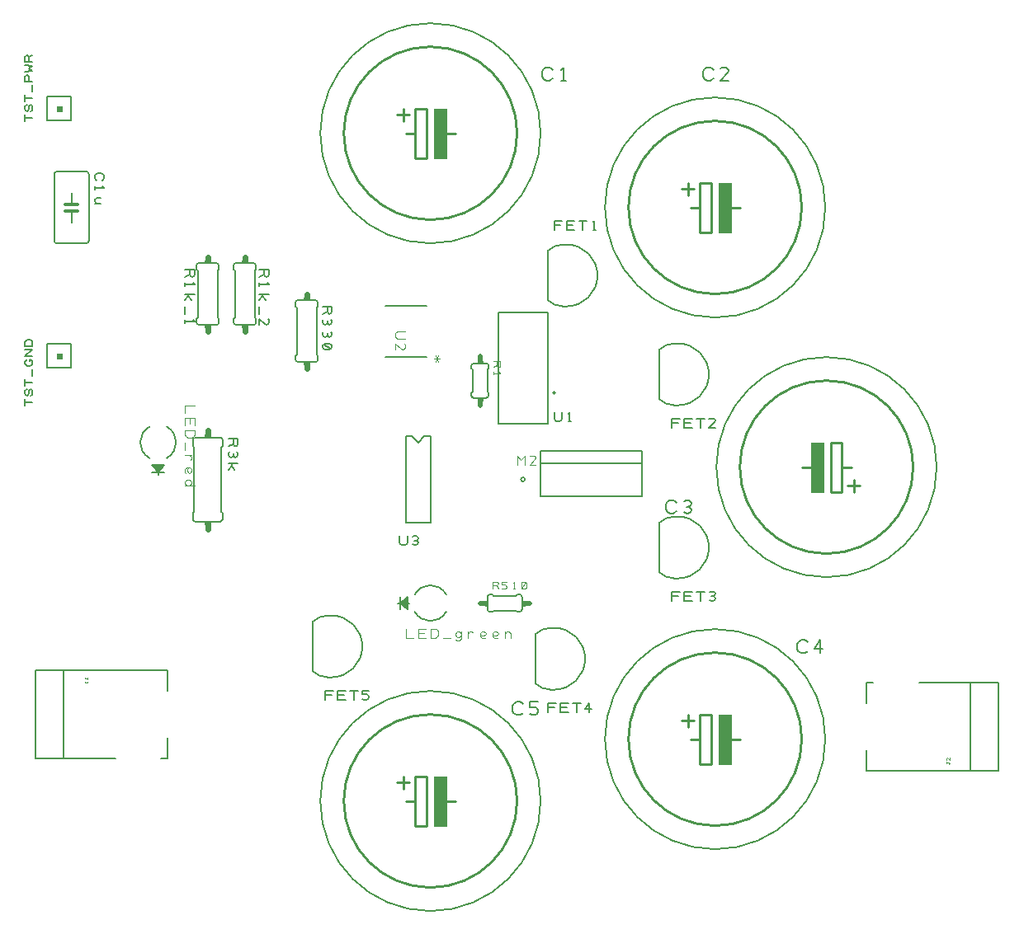
<source format=gbr>
G04 DesignSpark PCB Gerber Version 9.0 Build 5115 *
G04 #@! TF.Part,Single*
G04 #@! TF.FileFunction,Legend,Top *
G04 #@! TF.FilePolarity,Positive *
%FSLAX35Y35*%
%MOIN*%
%ADD11C,0.00100*%
%ADD103C,0.00128*%
%ADD100C,0.00300*%
%ADD102C,0.00390*%
%ADD14C,0.00500*%
%ADD105C,0.00560*%
%ADD10C,0.00600*%
%ADD104C,0.00700*%
%ADD125C,0.00787*%
%ADD90C,0.00800*%
%ADD17C,0.01000*%
%ADD15C,0.01200*%
%ADD101C,0.02000*%
%ADD89C,0.02400*%
X0Y0D02*
D02*
D10*
X20250Y303950D02*
Y299250D01*
Y306450D02*
Y311250D01*
X27250Y318750D02*
G75*
G03X26250Y319750I-1000D01*
G01*
X14250*
G75*
G03X13250Y318750J-1000*
G01*
Y291750*
G75*
G03X14250Y290750I1000*
G01*
X26250*
G75*
G03X27250Y291750J1000*
G01*
Y318750*
X51806Y216630D02*
G75*
G03X51806Y203870I3444J-6380D01*
G01*
X52750Y198000D02*
X57750D01*
X53250Y201000D02*
X55250Y198000D01*
X52750Y201000*
X57750*
X55250Y198000*
X54750Y201000*
X53750D02*
X55250Y198000D01*
X54250Y201000*
X55250Y201540D02*
Y197000D01*
X56250Y201000D02*
X55250Y198000D01*
X55750Y201000*
X57250D02*
X55250Y198000D01*
X56750Y201000*
X58694Y203870D02*
G75*
G03X58694Y216630I-3444J6380D01*
G01*
X70250Y178250D02*
X80250D01*
X70250Y212250D02*
X80250D01*
X70250D02*
G75*
G03X69250Y211250J-1000D01*
G01*
Y208750*
X69750Y208250*
Y182250*
X69250Y181750*
Y179250*
G75*
G03X70250Y178250I1000*
G01*
X71750Y257750D02*
X78750D01*
X71750Y282750D02*
X78750D01*
X71750D02*
G75*
G03X70750Y281750J-1000D01*
G01*
Y280250*
X71250Y279750*
Y260750*
X70750Y260250*
Y258750*
G75*
G03X71750Y257750I1000*
G01*
X78750Y282750D02*
G75*
G02X79750Y281750J-1000D01*
G01*
Y280250*
X79250Y279750*
Y260750*
X79750Y260250*
Y258750*
G75*
G02X78750Y257750I-1000*
G01*
X80250Y212250D02*
G75*
G02X81250Y211250J-1000D01*
G01*
Y208750*
X80750Y208250*
Y182250*
X81250Y181750*
Y179250*
G75*
G02X80250Y178250I-1000*
G01*
X86750Y257750D02*
X93750D01*
X86750Y282750D02*
X93750D01*
X86750D02*
G75*
G03X85750Y281750J-1000D01*
G01*
Y280250*
X86250Y279750*
Y260750*
X85750Y260250*
Y258750*
G75*
G03X86750Y257750I1000*
G01*
X93750Y282750D02*
G75*
G02X94750Y281750J-1000D01*
G01*
Y280250*
X94250Y279750*
Y260750*
X94750Y260250*
Y258750*
G75*
G02X93750Y257750I-1000*
G01*
X111750Y242750D02*
X118750D01*
X111750Y267750D02*
X118750D01*
X111750D02*
G75*
G03X110750Y266750J-1000D01*
G01*
Y265250*
X111250Y264750*
Y245750*
X110750Y245250*
Y243750*
G75*
G03X111750Y242750I1000*
G01*
X118750Y267750D02*
G75*
G02X119750Y266750J-1000D01*
G01*
Y265250*
X119250Y264750*
Y245750*
X119750Y245250*
Y243750*
G75*
G02X118750Y242750I-1000*
G01*
X146900Y244900D02*
X163600D01*
X153000Y147750D02*
Y142750D01*
X156000Y143250D02*
X153000Y145250D01*
X156000Y143750*
Y144250D02*
X153000Y145250D01*
X156000Y144750*
Y146750D02*
X153000Y145250D01*
X156000Y146250*
Y147250D02*
X153000Y145250D01*
X156000Y147750*
Y142750*
X153000Y145250*
X156000Y145750*
X156540Y145250D02*
X152000D01*
X158870Y141806D02*
G75*
G03X171630Y141806I6380J3444D01*
G01*
X163600Y265600D02*
X146900D01*
X171630Y148694D02*
G75*
G03X158870Y148694I-6380J-3444D01*
G01*
X182750Y228250D02*
X187750D01*
X182750Y242250D02*
X187750D01*
X182750D02*
G75*
G03X181750Y241250J-1000D01*
G01*
Y240250*
X182250Y239750*
Y230750*
X181750Y230250*
Y229250*
G75*
G03X182750Y228250I1000*
G01*
X187750Y242250D02*
G75*
G02X188750Y241250J-1000D01*
G01*
Y240250*
X188250Y239750*
Y230750*
X188750Y230250*
Y229250*
G75*
G02X187750Y228250I-1000*
G01*
X188250Y147750D02*
Y142750D01*
X202250D02*
G75*
G02X201250Y141750I-1000D01*
G01*
X200250*
X199750Y142250*
X190750*
X190250Y141750*
X189250*
G75*
G02X188250Y142750J1000*
G01*
X202250Y147750D02*
Y142750D01*
Y147750D02*
G75*
G03X201250Y148750I-1000D01*
G01*
X200250*
X199750Y148250*
X190750*
X190250Y148750*
X189250*
G75*
G03X188250Y147750J-1000*
G01*
X203450Y195250D02*
G75*
G03X201850I-800D01*
G01*
G75*
G03X203450I800*
G01*
X209650Y188550D02*
X250850D01*
Y206850*
X209650*
Y188550*
X209750Y65250D02*
G75*
G03X120750I-44500D01*
G01*
G75*
G03X209750I44500*
G01*
Y335250D02*
G75*
G03X120750I-44500D01*
G01*
G75*
G03X209750I44500*
G01*
X210150Y201850D02*
X250350D01*
X280750Y200250D02*
G75*
G03X369750I44500D01*
G01*
G75*
G03X280750I-44500*
G01*
X324750Y90250D02*
G75*
G03X235750I-44500D01*
G01*
G75*
G03X324750I44500*
G01*
Y305250D02*
G75*
G03X235750I-44500D01*
G01*
G75*
G03X324750I44500*
G01*
D02*
D11*
X16234Y244266D02*
Y246234D01*
X14266*
Y244266*
X16234*
G36*
Y246234*
X14266*
Y244266*
X16234*
G37*
Y344266D02*
Y346234D01*
X14266*
Y344266*
X16234*
G36*
Y346234*
X14266*
Y344266*
X16234*
G37*
X74050Y178250D02*
Y177050D01*
X76450*
Y178250*
X74050*
G36*
Y177050*
X76450*
Y178250*
X74050*
G37*
Y213450D02*
Y212250D01*
X76450*
Y213450*
X74050*
G36*
Y212250*
X76450*
Y213450*
X74050*
G37*
Y257750D02*
Y256750D01*
X76450*
Y257750*
X74050*
G36*
Y256750*
X76450*
Y257750*
X74050*
G37*
Y283750D02*
Y282750D01*
X76450*
Y283750*
X74050*
G36*
Y282750*
X76450*
Y283750*
X74050*
G37*
X89050Y257750D02*
Y256750D01*
X91450*
Y257750*
X89050*
G36*
Y256750*
X91450*
Y257750*
X89050*
G37*
Y283750D02*
Y282750D01*
X91450*
Y283750*
X89050*
G36*
Y282750*
X91450*
Y283750*
X89050*
G37*
X114050Y242750D02*
Y241750D01*
X116450*
Y242750*
X114050*
G36*
Y241750*
X116450*
Y242750*
X114050*
G37*
Y268750D02*
Y267750D01*
X116450*
Y268750*
X114050*
G36*
Y267750*
X116450*
Y268750*
X114050*
G37*
X166550Y55250D02*
X171550D01*
Y75250*
X166550*
Y55250*
G36*
X171550*
Y75250*
X166550*
Y55250*
G37*
Y325250D02*
X171550D01*
Y345250*
X166550*
Y325250*
G36*
X171550*
Y345250*
X166550*
Y325250*
G37*
X184250Y228250D02*
Y227250D01*
X186250*
Y228250*
X184250*
G36*
Y227250*
X186250*
Y228250*
X184250*
G37*
Y243250D02*
Y242250D01*
X186250*
Y243250*
X184250*
G36*
Y242250*
X186250*
Y243250*
X184250*
G37*
X188250Y146250D02*
X187250D01*
Y144250*
X188250*
Y146250*
G36*
X187250*
Y144250*
X188250*
Y146250*
G37*
X203250D02*
X202250D01*
Y144250*
X203250*
Y146250*
G36*
X202250*
Y144250*
X203250*
Y146250*
G37*
X281550Y80250D02*
X286550D01*
Y100250*
X281550*
Y80250*
G36*
X286550*
Y100250*
X281550*
Y80250*
G37*
Y295250D02*
X286550D01*
Y315250*
X281550*
Y295250*
G36*
X286550*
Y315250*
X281550*
Y295250*
G37*
X323950Y210250D02*
X318950D01*
Y190250*
X323950*
Y210250*
G36*
X318950*
Y190250*
X323950*
Y210250*
G37*
D02*
D14*
X30313Y316125D02*
X30000Y316437D01*
X29687Y317063*
Y318000*
X30000Y318625*
X30313Y318937*
X30937Y319250*
X32187*
X32813Y318937*
X33125Y318625*
X33437Y318000*
Y317063*
X33125Y316437*
X32813Y316125*
X29687Y313625D02*
Y312375D01*
Y313000D02*
X33437D01*
X32813Y313625*
X32187Y309250D02*
X30625D01*
X30000Y308937*
X29687Y308313*
Y307687*
X30000Y307063*
X30625Y306750*
X32187D02*
X29687D01*
X66187Y280250D02*
X69937D01*
Y278063*
X69625Y277437*
X69000Y277125*
X68375Y277437*
X68063Y278063*
Y280250*
Y278063D02*
X66187Y277125D01*
Y274625D02*
Y273375D01*
Y274000D02*
X69937D01*
X69313Y274625*
X66187Y270250D02*
X69937D01*
X67437D02*
Y269313D01*
X68687Y267750*
X67437Y269313D02*
X66187Y267750D01*
Y265250D02*
Y262125D01*
Y259625D02*
Y258375D01*
Y259000D02*
X69937D01*
X69313Y259625*
X83687Y211750D02*
X87437D01*
Y209563*
X87125Y208937*
X86500Y208625*
X85875Y208937*
X85563Y209563*
Y211750*
Y209563D02*
X83687Y208625D01*
X84000Y206437D02*
X83687Y205813D01*
Y205187*
X84000Y204563*
X84625Y204250*
X85250Y204563*
X85563Y205187*
Y205813*
Y205187D02*
X85875Y204563D01*
X86500Y204250*
X87125Y204563*
X87437Y205187*
Y205813*
X87125Y206437*
X83687Y201750D02*
X87437D01*
X84937D02*
Y200813D01*
X86187Y199250*
X84937Y200813D02*
X83687Y199250D01*
X96187Y280250D02*
X99937D01*
Y278063*
X99625Y277437*
X99000Y277125*
X98375Y277437*
X98063Y278063*
Y280250*
Y278063D02*
X96187Y277125D01*
Y274625D02*
Y273375D01*
Y274000D02*
X99937D01*
X99313Y274625*
X96187Y270250D02*
X99937D01*
X97437D02*
Y269313D01*
X98687Y267750*
X97437Y269313D02*
X96187Y267750D01*
Y265250D02*
Y262125D01*
Y257750D02*
Y260250D01*
X98375Y258063*
X99000Y257750*
X99625Y258063*
X99937Y258687*
Y259625*
X99625Y260250*
X121687Y265250D02*
X125437D01*
Y263063*
X125125Y262437*
X124500Y262125*
X123875Y262437*
X123563Y263063*
Y265250*
Y263063D02*
X121687Y262125D01*
X122000Y259937D02*
X121687Y259313D01*
Y258687*
X122000Y258063*
X122625Y257750*
X123250Y258063*
X123563Y258687*
Y259313*
Y258687D02*
X123875Y258063D01*
X124500Y257750*
X125125Y258063*
X125437Y258687*
Y259313*
X125125Y259937*
X122000Y254937D02*
X121687Y254313D01*
Y253687*
X122000Y253063*
X122625Y252750*
X123250Y253063*
X123563Y253687*
Y254313*
Y253687D02*
X123875Y253063D01*
X124500Y252750*
X125125Y253063*
X125437Y253687*
Y254313*
X125125Y254937*
X122000Y249937D02*
X121687Y249313D01*
Y248687*
X122000Y248063*
X122625Y247750*
X124500*
X125125Y248063*
X125437Y248687*
Y249313*
X125125Y249937*
X124500Y250250*
X122625*
X122000Y249937*
X125125Y248063*
X122750Y106187D02*
Y109937D01*
X125875*
X125250Y108063D02*
X122750D01*
X127750Y106187D02*
Y109937D01*
X130875*
X130250Y108063D02*
X127750D01*
Y106187D02*
X130875D01*
X134313D02*
Y109937D01*
X132750D02*
X135875D01*
X137750Y106500D02*
X138375Y106187D01*
X139313*
X139937Y106500*
X140250Y107125*
Y107437*
X139937Y108063*
X139313Y108375*
X137750*
Y109937*
X140250*
X125250Y140250D02*
G75*
G02X137750Y127750J-12500D01*
G01*
G75*
G02X125250Y115250I-12500*
G01*
X123750*
G75*
G02X117750Y117750I18J8493*
G01*
Y137750*
G75*
G02X123750Y140250I6018J-5993*
G01*
X125250*
X152750Y172437D02*
Y169625D01*
X153063Y169000*
X153687Y168687*
X154937*
X155563Y169000*
X155875Y169625*
Y172437*
X158063Y169000D02*
X158687Y168687D01*
X159313*
X159937Y169000*
X160250Y169625*
X159937Y170250*
X159313Y170563*
X158687*
X159313D02*
X159937Y170875D01*
X160250Y171500*
X159937Y172125*
X159313Y172437*
X158687*
X158063Y172125*
X155250Y177750D02*
Y212750D01*
X157750*
X160250Y210250*
X162750Y212750*
X165250*
Y177750*
X155250*
X212750Y101187D02*
Y104937D01*
X215875*
X215250Y103063D02*
X212750D01*
X217750Y101187D02*
Y104937D01*
X220875*
X220250Y103063D02*
X217750D01*
Y101187D02*
X220875D01*
X224313D02*
Y104937D01*
X222750D02*
X225875D01*
X229313Y101187D02*
Y104937D01*
X227750Y102437*
X230250*
X215250Y135250D02*
G75*
G02X227750Y122750J-12500D01*
G01*
G75*
G02X215250Y110250I-12500*
G01*
X213750*
G75*
G02X207750Y112750I18J8493*
G01*
Y132750*
G75*
G02X213750Y135250I6018J-5993*
G01*
X215250*
Y222437D02*
Y219625D01*
X215563Y219000*
X216187Y218687*
X217437*
X218063Y219000*
X218375Y219625*
Y222437*
X220875Y218687D02*
X222125D01*
X221500D02*
Y222437D01*
X220875Y221813*
X215250Y296187D02*
Y299937D01*
X218375*
X217750Y298063D02*
X215250D01*
X220250Y296187D02*
Y299937D01*
X223375*
X222750Y298063D02*
X220250D01*
Y296187D02*
X223375D01*
X226813D02*
Y299937D01*
X225250D02*
X228375D01*
X230875Y296187D02*
X232125D01*
X231500D02*
Y299937D01*
X230875Y299313*
X220250Y290250D02*
G75*
G02X232750Y277750J-12500D01*
G01*
G75*
G02X220250Y265250I-12500*
G01*
X218750*
G75*
G02X212750Y267750I18J8493*
G01*
Y287750*
G75*
G02X218750Y290250I6018J-5993*
G01*
X220250*
X262750Y146187D02*
Y149937D01*
X265875*
X265250Y148063D02*
X262750D01*
X267750Y146187D02*
Y149937D01*
X270875*
X270250Y148063D02*
X267750D01*
Y146187D02*
X270875D01*
X274313D02*
Y149937D01*
X272750D02*
X275875D01*
X278063Y146500D02*
X278687Y146187D01*
X279313*
X279937Y146500*
X280250Y147125*
X279937Y147750*
X279313Y148063*
X278687*
X279313D02*
X279937Y148375D01*
X280250Y149000*
X279937Y149625*
X279313Y149937*
X278687*
X278063Y149625*
X262750Y216187D02*
Y219937D01*
X265875*
X265250Y218063D02*
X262750D01*
X267750Y216187D02*
Y219937D01*
X270875*
X270250Y218063D02*
X267750D01*
Y216187D02*
X270875D01*
X274313D02*
Y219937D01*
X272750D02*
X275875D01*
X280250Y216187D02*
X277750D01*
X279937Y218375*
X280250Y219000*
X279937Y219625*
X279313Y219937*
X278375*
X277750Y219625*
X265250Y180250D02*
G75*
G02X277750Y167750J-12500D01*
G01*
G75*
G02X265250Y155250I-12500*
G01*
X263750*
G75*
G02X257750Y157750I18J8493*
G01*
Y177750*
G75*
G02X263750Y180250I6018J-5993*
G01*
X265250*
Y250250D02*
G75*
G02X277750Y237750J-12500D01*
G01*
G75*
G02X265250Y225250I-12500*
G01*
X263750*
G75*
G02X257750Y227750I18J8493*
G01*
Y247750*
G75*
G02X263750Y250250I6018J-5993*
G01*
X265250*
D02*
D15*
X22750Y303950D02*
X17750D01*
X22750Y306450D02*
X17750D01*
D02*
D17*
X154250Y75250D02*
Y70250D01*
Y345250D02*
Y340250D01*
X155250Y65250D02*
X159050D01*
Y75250*
X163550*
Y55250*
X159050*
Y65250*
X155250Y335250D02*
X159050D01*
Y345250*
X163550*
Y325250*
X159050*
Y335250*
X156750Y72750D02*
X151750D01*
X156750Y342750D02*
X151750D01*
X167750Y65250D02*
X175250D01*
X167750Y335250D02*
X175250D01*
X200250Y65250D02*
G75*
G03X130250I-35000D01*
G01*
G75*
G03X200250I35000*
G01*
Y335250D02*
G75*
G03X130250I-35000D01*
G01*
G75*
G03X200250I35000*
G01*
X269250Y100250D02*
Y95250D01*
Y315250D02*
Y310250D01*
X270250Y90250D02*
X274050D01*
Y100250*
X278550*
Y80250*
X274050*
Y90250*
X270250Y305250D02*
X274050D01*
Y315250*
X278550*
Y295250*
X274050*
Y305250*
X271750Y97750D02*
X266750D01*
X271750Y312750D02*
X266750D01*
X282750Y90250D02*
X290250D01*
X282750Y305250D02*
X290250D01*
Y200250D02*
G75*
G03X360250I35000D01*
G01*
G75*
G03X290250I-35000*
G01*
X315250Y90250D02*
G75*
G03X245250I-35000D01*
G01*
G75*
G03X315250I35000*
G01*
Y305250D02*
G75*
G03X245250I-35000D01*
G01*
G75*
G03X315250I35000*
G01*
X322750Y200250D02*
X315250D01*
X333750Y192750D02*
X338750D01*
X335250Y200250D02*
X331450D01*
Y190250*
X326950*
Y210250*
X331450*
Y200250*
X336250Y190250D02*
Y195250D01*
D02*
D89*
X75250Y175250D02*
Y176750D01*
Y213750D02*
Y215250D01*
Y256750D02*
Y255250D01*
Y285250D02*
Y283750D01*
X90250Y256750D02*
Y255250D01*
Y285250D02*
Y283750D01*
X115250Y241750D02*
Y240250D01*
Y270250D02*
Y268750D01*
D02*
D90*
X10329Y240329D02*
Y250171D01*
X20171*
Y240329*
X10329*
Y340329D02*
Y350171D01*
X20171*
Y340329*
X10329*
X17061Y117967D02*
X5644D01*
Y82533*
X17061*
X37927D02*
X17061D01*
Y117967*
X59187*
Y109699*
Y90801D02*
Y82533D01*
X56431*
X341313Y104699D02*
Y112967D01*
X344069*
X362573D02*
X383439D01*
Y77533*
X341313*
Y85801*
X383439Y77533D02*
X394856D01*
Y112967*
X383439*
D02*
D100*
X69937Y225250D02*
X66187D01*
Y222125*
Y220250D02*
X69937D01*
Y217125*
X68063Y217750D02*
Y220250D01*
X66187D02*
Y217125D01*
Y215250D02*
X69937D01*
Y213375*
X69625Y212750*
X69313Y212437*
X68687Y212125*
X67437*
X66813Y212437*
X66500Y212750*
X66187Y213375*
Y215250*
Y210250D02*
Y207125D01*
Y205250D02*
X68687D01*
X67750D02*
X68375Y204937D01*
X68687Y204313*
Y203687*
X68375Y203063*
X66500Y197750D02*
X66187Y198063D01*
Y198687*
Y199313*
X66500Y199937*
X67125Y200250*
X68063*
X68375Y199937*
X68687Y199313*
Y198687*
X68375Y198063*
X68063Y197750*
X67750*
X67437Y198063*
X67125Y198687*
Y199313*
X67437Y199937*
X67750Y200250*
Y192750D02*
X68375Y193063D01*
X68687Y193687*
Y194313*
X68375Y194937*
X67750Y195250*
X67125*
X66500Y194937*
X66187Y194313*
Y193687*
X66500Y193063*
X67125Y192750*
X66187D02*
X69937D01*
X154937Y255250D02*
X152125D01*
X151500Y254937*
X151187Y254313*
Y253063*
X151500Y252437*
X152125Y252125*
X154937*
X151187Y247750D02*
Y250250D01*
X153375Y248063*
X154000Y247750*
X154625Y248063*
X154937Y248687*
Y249625*
X154625Y250250*
X155250Y134937D02*
Y131187D01*
X158375*
X160250D02*
Y134937D01*
X163375*
X162750Y133063D02*
X160250D01*
Y131187D02*
X163375D01*
X165250D02*
Y134937D01*
X167125*
X167750Y134625*
X168063Y134313*
X168375Y133687*
Y132437*
X168063Y131813*
X167750Y131500*
X167125Y131187*
X165250*
X170250D02*
X173375D01*
X177750Y132750D02*
X177437Y133375D01*
X176813Y133687*
X176187*
X175563Y133375*
X175250Y132750*
Y132437*
X175563Y131813*
X176187Y131500*
X176813*
X177437Y131813*
X177750Y132437*
Y133687D02*
Y131187D01*
X177437Y130563*
X176813Y130250*
X175875*
X175250Y130563*
X180250Y131187D02*
Y133687D01*
Y132750D02*
X180563Y133375D01*
X181187Y133687*
X181813*
X182437Y133375*
X187750Y131500D02*
X187437Y131187D01*
X186813*
X186187*
X185563Y131500*
X185250Y132125*
Y133063*
X185563Y133375*
X186187Y133687*
X186813*
X187437Y133375*
X187750Y133063*
Y132750*
X187437Y132437*
X186813Y132125*
X186187*
X185563Y132437*
X185250Y132750*
X192750Y131500D02*
X192437Y131187D01*
X191813*
X191187*
X190563Y131500*
X190250Y132125*
Y133063*
X190563Y133375*
X191187Y133687*
X191813*
X192437Y133375*
X192750Y133063*
Y132750*
X192437Y132437*
X191813Y132125*
X191187*
X190563Y132437*
X190250Y132750*
X195250Y131187D02*
Y133687D01*
Y132750D02*
X195563Y133375D01*
X196187Y133687*
X196813*
X197437Y133375*
X197750Y132750*
Y131187*
X169075Y244063D02*
X166575D01*
X168450Y245313D02*
X167200Y242813D01*
X168450D02*
X167200Y245313D01*
X200250Y201187D02*
Y204937D01*
X201813Y203063*
X203375Y204937*
Y201187*
X207750D02*
X205250D01*
X207437Y203375*
X207750Y204000*
X207437Y204625*
X206813Y204937*
X205875*
X205250Y204625*
D02*
D101*
X185250Y145250D02*
X187250D01*
X185250Y225250D02*
Y227250D01*
Y245250D02*
Y243250D01*
X205250Y145250D02*
X203250D01*
D02*
D102*
X190581Y243150D02*
X193506D01*
Y241444*
X193263Y240956*
X192775Y240713*
X192287Y240956*
X192044Y241444*
Y243150*
Y241444D02*
X190581Y240713D01*
Y238763D02*
Y237787D01*
Y238275D02*
X193506D01*
X193019Y238763*
X190250Y150981D02*
Y153906D01*
X191956*
X192444Y153663*
X192687Y153175*
X192444Y152687*
X191956Y152444*
X190250*
X191956D02*
X192687Y150981D01*
X194150Y151225D02*
X194637Y150981D01*
X195369*
X195856Y151225*
X196100Y151713*
Y151956*
X195856Y152444*
X195369Y152687*
X194150*
Y153906*
X196100*
X198537Y150981D02*
X199513D01*
X199025D02*
Y153906D01*
X198537Y153419*
X202194Y151225D02*
X202681Y150981D01*
X203169*
X203656Y151225*
X203900Y151713*
Y153175*
X203656Y153663*
X203169Y153906*
X202681*
X202194Y153663*
X201950Y153175*
Y151713*
X202194Y151225*
X203656Y153663*
D02*
D103*
X25750Y115250D02*
X25650Y115150D01*
X25550Y114950*
X25650Y114750*
X25750Y114650*
X26750*
Y114450*
Y114650D02*
Y115050D01*
X25550Y113450D02*
Y113050D01*
Y113250D02*
X26750D01*
X26550Y113450*
X374750Y80250D02*
X374850Y80350D01*
X374950Y80550*
X374850Y80750*
X374750Y80850*
X373750*
Y81050*
Y80850D02*
Y80450D01*
X374950Y82650D02*
Y81850D01*
X374250Y82550*
X374050Y82650*
X373850Y82550*
X373750Y82350*
Y82050*
X373850Y81850*
D02*
D104*
X202725Y100937D02*
X202287Y100500D01*
X201413Y100063*
X200100*
X199225Y100500*
X198787Y100937*
X198350Y101813*
Y103563*
X198787Y104437*
X199225Y104875*
X200100Y105313*
X201413*
X202287Y104875*
X202725Y104437*
X205350Y100500D02*
X206225Y100063D01*
X207537*
X208413Y100500*
X208850Y101375*
Y101813*
X208413Y102687*
X207537Y103125*
X205350*
Y105313*
X208850*
X214625Y357437D02*
X214187Y357000D01*
X213313Y356563*
X212000*
X211125Y357000*
X210687Y357437*
X210250Y358313*
Y360063*
X210687Y360937*
X211125Y361375*
X212000Y361813*
X213313*
X214187Y361375*
X214625Y360937*
X218125Y356563D02*
X219875D01*
X219000D02*
Y361813D01*
X218125Y360937*
X264625Y182437D02*
X264187Y182000D01*
X263313Y181563*
X262000*
X261125Y182000*
X260687Y182437*
X260250Y183313*
Y185063*
X260687Y185937*
X261125Y186375*
X262000Y186813*
X263313*
X264187Y186375*
X264625Y185937*
X267687Y182000D02*
X268563Y181563D01*
X269437*
X270313Y182000*
X270750Y182875*
X270313Y183750*
X269437Y184187*
X268563*
X269437D02*
X270313Y184625D01*
X270750Y185500*
X270313Y186375*
X269437Y186813*
X268563*
X267687Y186375*
X279625Y357437D02*
X279187Y357000D01*
X278313Y356563*
X277000*
X276125Y357000*
X275687Y357437*
X275250Y358313*
Y360063*
X275687Y360937*
X276125Y361375*
X277000Y361813*
X278313*
X279187Y361375*
X279625Y360937*
X285750Y356563D02*
X282250D01*
X285313Y359625*
X285750Y360500*
X285313Y361375*
X284437Y361813*
X283125*
X282250Y361375*
X317725Y125937D02*
X317287Y125500D01*
X316413Y125063*
X315100*
X314225Y125500*
X313787Y125937*
X313350Y126813*
Y128563*
X313787Y129437*
X314225Y129875*
X315100Y130313*
X316413*
X317287Y129875*
X317725Y129437*
X322537Y125063D02*
Y130313D01*
X320350Y126813*
X323850*
D02*
D105*
X4500Y226500D02*
X1500D01*
Y225250D02*
Y227750D01*
X3750Y229250D02*
X4250Y229500D01*
X4500Y230000*
Y231000*
X4250Y231500*
X3750Y231750*
X3250Y231500*
X3000Y231000*
Y230000*
X2750Y229500*
X2250Y229250*
X1750Y229500*
X1500Y230000*
Y231000*
X1750Y231500*
X2250Y231750*
X4500Y234500D02*
X1500D01*
Y233250D02*
Y235750D01*
X4500Y237250D02*
Y239750D01*
X3250Y243000D02*
Y243750D01*
X3500*
X4000Y243500*
X4250Y243250*
X4500Y242750*
Y242250*
X4250Y241750*
X4000Y241500*
X3500Y241250*
X2500*
X2000Y241500*
X1750Y241750*
X1500Y242250*
Y242750*
X1750Y243250*
X2000Y243500*
X2500Y243750*
X4500Y245250D02*
X1500D01*
X4500Y247750*
X1500*
X4500Y249250D02*
X1500D01*
Y250750*
X1750Y251250*
X2000Y251500*
X2500Y251750*
X3500*
X4000Y251500*
X4250Y251250*
X4500Y250750*
Y249250*
Y341500D02*
X1500D01*
Y340250D02*
Y342750D01*
X3750Y344250D02*
X4250Y344500D01*
X4500Y345000*
Y346000*
X4250Y346500*
X3750Y346750*
X3250Y346500*
X3000Y346000*
Y345000*
X2750Y344500*
X2250Y344250*
X1750Y344500*
X1500Y345000*
Y346000*
X1750Y346500*
X2250Y346750*
X4500Y349500D02*
X1500D01*
Y348250D02*
Y350750D01*
X4500Y352250D02*
Y354750D01*
Y356250D02*
X1500D01*
Y358000*
X1750Y358500*
X2250Y358750*
X2750Y358500*
X3000Y358000*
Y356250*
X1500Y360250D02*
X4500Y360500D01*
X3000Y361500*
X4500Y362500*
X1500Y362750*
X4500Y364250D02*
X1500D01*
Y366000*
X1750Y366500*
X2250Y366750*
X2750Y366500*
X3000Y366000*
Y364250*
Y366000D02*
X4500Y366750D01*
D02*
D125*
X212750Y262750D02*
X192750D01*
Y217750*
X212750*
Y262750*
X214744Y230250D02*
G75*
G03X215756I506D01*
G01*
G75*
G03X214744I-506*
G01*
X0Y0D02*
M02*

</source>
